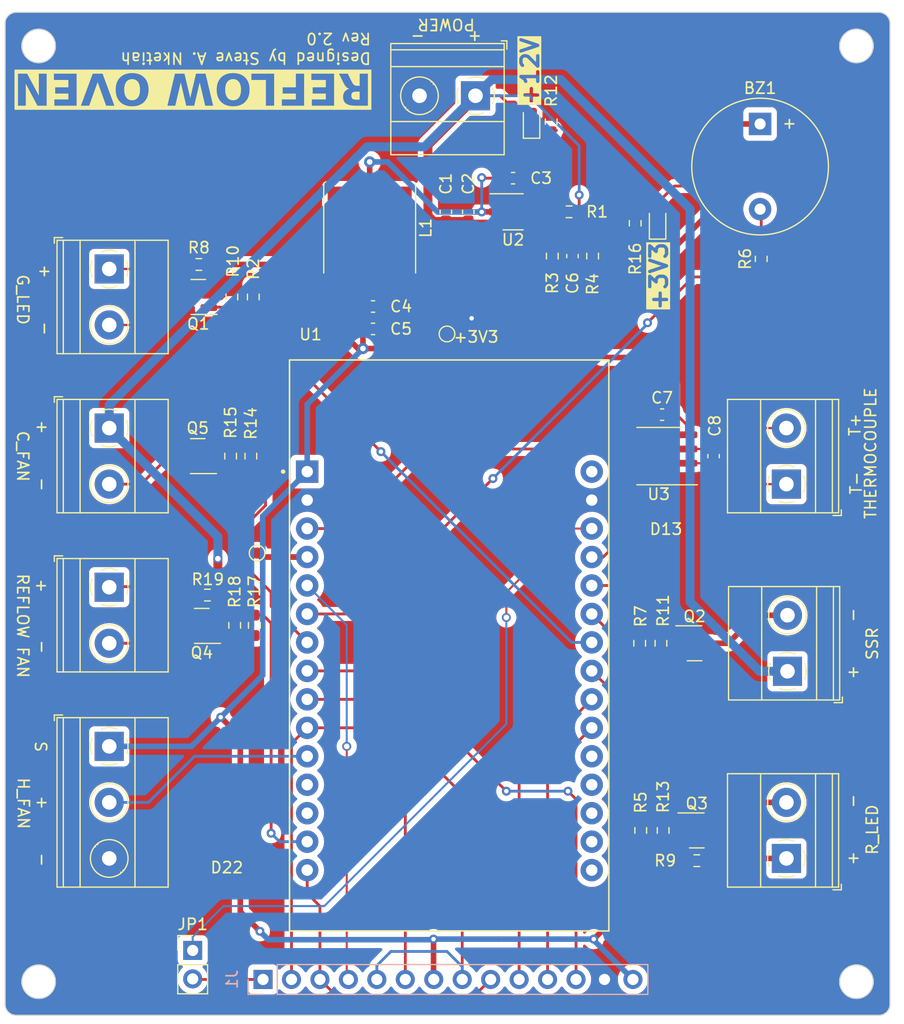
<source format=kicad_pcb>
(kicad_pcb (version 20240108) (generator "pcbnew") (generator_version "8.0")
  (title_block (title "Reflow Oven PCB") (date "2024-03-13") (rev "1.0") (company "Designed By: Steve A. Nketiah"))
  (layers (0 "F.Cu" signal) (31 "B.Cu" signal) (34 "B.Paste" user) (35 "F.Paste" user) (36 "B.SilkS" user "B.Silkscreen") (37 "F.SilkS" user "F.Silkscreen") (38 "B.Mask" user) (39 "F.Mask" user) (44 "Edge.Cuts" user))
  (net 0 "")
  (net 1 "+3V3")
  (net 2 "/BUZZ_D")
  (net 3 "+12V")
  (net 4 "GND")
  (net 5 "/BOOT")
  (net 6 "/SW")
  (net 7 "/FB")
  (net 8 "T_IRQ")
  (net 9 "SDO")
  (net 10 "SDI")
  (net 11 "T_CS")
  (net 12 "SCK")
  (net 13 "D{slash}C")
  (net 14 "RESET")
  (net 15 "CS")
  (net 16 "/T+")
  (net 17 "/T-")
  (net 18 "/GLED+")
  (net 19 "/GLED-")
  (net 20 "/RLED+")
  (net 21 "/RLED-")
  (net 22 "/SSR_D")
  (net 23 "/CF_D")
  (net 24 "/GLED_G")
  (net 25 "/SSR_G")
  (net 26 "/RLED_G")
  (net 27 "/CF_G")
  (net 28 "/EN")
  (net 29 "G_LED")
  (net 30 "R_LED")
  (net 31 "BUZZER")
  (net 32 "SSR")
  (net 33 "M_CS")
  (net 37 "M_MISO")
  (net 38 "M_SCK")
  (net 44 "Net-(D1-K)")
  (net 45 "Net-(U1-D2)")
  (net 46 "H_FAN")
  (net 47 "C_FAN")
  (net 48 "Net-(D2-K)")
  (net 49 "REFLOW_C_FAN")
  (net 50 "/R_C+")
  (net 51 "/R_C-")
  (net 52 "/R_C_G")
  (net 53 "Net-(JP1-A)")
  (footprint "TerminalBlock_Phoenix:TerminalBlock_Phoenix_MKDS-1,5-2_1x02_P5.00mm_Horizontal" (layer "F.Cu") (at 113.05 82.6 -90)
    (property "Reference" "J9" (hide yes))
    (property "Value" "~")
  )
  (footprint "Inductor_SMD:L_Taiyo-Yuden_NR-80xx" (layer "F.Cu") (at 136.3 64.75 -90)
    (property "Reference" "L1")
    (property "Value" "15u")
  )
  (footprint "Package_TO_SOT_SMD:SOT-23-6_Handsoldering" (layer "F.Cu") (at 149.1 63.3)
    (property "Reference" "U2")
    (property "Value" "TPS54202HDDCR")
  )
  (footprint "ESP32-DEVKIT-V1:MODULE_ESP32_DEVKIT_V1" (layer "F.Cu") (at 143.4225 102)
    (property "Reference" "U1")
    (property "Value" "ESP32-DEVKIT-V1")
  )
  (footprint "Resistor_SMD:R_0603_1608Metric_Pad0.98x0.95mm_HandSolder" (layer "F.Cu") (at 124 70.9 90)
    (property "Reference" "R10")
    (property "Value" "10k")
  )
  (footprint "Resistor_SMD:R_0603_1608Metric_Pad0.98x0.95mm_HandSolder" (layer "F.Cu") (at 156.2 67.25 -90)
    (property "Reference" "R4")
    (property "Value" "22.1k")
  )
  (footprint "Resistor_SMD:R_0603_1608Metric_Pad0.98x0.95mm_HandSolder" (layer "F.Cu") (at 126 100.2 -90)
    (property "Reference" "R17")
    (property "Value" "150")
  )
  (footprint "Capacitor_SMD:C_0603_1608Metric_Pad1.08x0.95mm_HandSolder" (layer "F.Cu") (at 167 85.1 -90)
    (property "Reference" "C8")
    (property "Value" "10nF")
  )
  (footprint "Capacitor_SMD:C_0603_1608Metric_Pad1.08x0.95mm_HandSolder" (layer "F.Cu") (at 162.4 81.4 180)
    (property "Reference" "C7")
    (property "Value" "0.1u")
  )
  (footprint "TerminalBlock_Phoenix:TerminalBlock_Phoenix_MKDS-1,5-3_1x03_P5.00mm_Horizontal" (layer "F.Cu") (at 113.05 111 -90)
    (property "Reference" "J8" (hide yes))
    (property "Value" "Screw_Terminal_01x03")
  )
  (footprint "Capacitor_SMD:C_0603_1608Metric_Pad1.08x0.95mm_HandSolder" (layer "F.Cu") (at 154.4 67.25 90)
    (property "Reference" "C6")
    (property "Value" "56p")
  )
  (footprint "Resistor_SMD:R_0603_1608Metric_Pad0.98x0.95mm_HandSolder" (layer "F.Cu") (at 160.495 118.5 90)
    (property "Reference" "R5")
    (property "Value" "150")
  )
  (footprint "Resistor_SMD:R_0603_1608Metric_Pad0.98x0.95mm_HandSolder" (layer "F.Cu") (at 125.91 70.9 -90)
    (property "Reference" "R2")
    (property "Value" "150")
  )
  (footprint "Package_TO_SOT_SMD:SOT-23" (layer "F.Cu") (at 121 70.9 180)
    (property "Reference" "Q1")
    (property "Value" "DMG3402L" (hide yes))
  )
  (footprint "Resistor_SMD:R_0603_1608Metric_Pad0.98x0.95mm_HandSolder" (layer "F.Cu") (at 162.3 101.8 -90)
    (property "Reference" "R11")
    (property "Value" "10k")
  )
  (footprint "Resistor_SMD:R_0603_1608Metric" (layer "F.Cu") (at 160 64.325 90)
    (property "Reference" "R16")
    (property "Value" "150")
  )
  (footprint "Resistor_SMD:R_0603_1608Metric_Pad0.98x0.95mm_HandSolder" (layer "F.Cu") (at 154.1 63.3 180)
    (property "Reference" "R1")
    (property "Value" "510k")
  )
  (footprint "Capacitor_SMD:C_0603_1608Metric_Pad1.08x0.95mm_HandSolder" (layer "F.Cu") (at 136.6 73.75)
    (property "Reference" "C5")
    (property "Value" "22u")
  )
  (footprint "LED_SMD:LED_0603_1608Metric" (layer "F.Cu") (at 162 64.25 90)
    (property "Reference" "D2" (hide yes))
    (property "Value" "LED")
  )
  (footprint "Package_TO_SOT_SMD:SOT-23" (layer "F.Cu") (at 165.3 101.8)
    (property "Reference" "Q2")
    (property "Value" "DMG3402L")
  )
  (footprint "Resistor_SMD:R_0603_1608Metric_Pad0.98x0.95mm_HandSolder" (layer "F.Cu") (at 152.6 67.25 90)
    (property "Reference" "R3")
    (property "Value" "100k")
  )
  (footprint "Package_TO_SOT_SMD:SOT-23" (layer "F.Cu") (at 120.95 85.1 180)
    (property "Reference" "Q5")
    (property "Value" "DMG3402L")
  )
  (footprint "Resistor_SMD:R_0603_1608Metric_Pad0.98x0.95mm_HandSolder" (layer "F.Cu") (at 160.4 101.8 90)
    (property "Reference" "R7")
    (property "Value" "150")
  )
  (footprint "Resistor_SMD:R_0603_1608Metric_Pad0.98x0.95mm_HandSolder" (layer "F.Cu") (at 124.25 100.2 90)
    (property "Reference" "R18")
    (property "Value" "10k")
  )
  (footprint "TestPoint:TestPoint_Pad_D1.0mm" (layer "F.Cu") (at 143.2 74.2)
    (property "Reference" "TP4" (hide yes))
    (property "Value" "TestPoint_Alt")
  )
  (footprint "Resistor_SMD:R_0603_1608Metric_Pad0.98x0.95mm_HandSolder" (layer "F.Cu") (at 125.6925 85.1 -90)
    (property "Reference" "R14")
    (property "Value" "150")
  )
  (footprint "Resistor_SMD:R_0603_1608Metric_Pad0.98x0.95mm_HandSolder" (layer "F.Cu") (at 165.5 121.2)
    (property "Reference" "R9")
    (property "Value" "60.4")
  )
  (footprint "TerminalBlock_Phoenix:TerminalBlock_Phoenix_MKDS-1,5-2_1x02_P5.00mm_Horizontal" (layer "F.Cu") (at 113.05 68.4 -90)
    (property "Reference" "J3" (hide yes))
    (property "Value" "~")
  )
  (footprint "TerminalBlock_Phoenix:TerminalBlock_Phoenix_MKDS-1,5-2_1x02_P5.00mm_Horizontal" (layer "F.Cu") (at 145.745 52.945 180)
    (property "Reference" "J6" (hide yes))
    (property "Value" "~")
  )
  (footprint "TerminalBlock_Phoenix:TerminalBlock_Phoenix_MKDS-1,5-2_1x02_P5.00mm_Horizontal" (layer "F.Cu") (at 173.5 87.6 90)
    (property "Reference" "J2" (hide yes))
    (property "Value" "~")
  )
  (footprint "LED_SMD:LED_0603_1608Metric" (layer "F.Cu") (at 150.75 55.25 90)
    (property "Reference" "D1" (hide yes))
    (property "Value" "LED")
  )
  (footprint "Resistor_SMD:R_0603_1608Metric_Pad0.98x0.95mm_HandSolder" (layer "F.Cu") (at 123.8875 85.1 90)
    (property "Reference" "R15")
    (property "Value" "10k")
  )
  (footprint "Package_TO_SOT_SMD:SOT-23" (layer "F.Cu") (at 121.3125 100.25 180)
    (property "Reference" "Q4")
    (property "Value" "DMG3402L")
  )
  (footprint "TerminalBlock_Phoenix:TerminalBlock_Phoenix_MKDS-1,5-2_1x02_P5.00mm_Horizontal" (layer "F.Cu") (at 173.595 104.3 90)
    (property "Reference" "J5" (hide yes))
    (property "Value" "~")
  )
  (footprint "Resistor_SMD:R_0603_1608Metric_Pad0.98x0.95mm_HandSolder" (layer "F.Cu") (at 121.05 68 180)
    (property "Reference" "R8")
    (property "Value" "60.4")
  )
  (footprint "Capacitor_SMD:C_0603_1608Metric_Pad1.08x0.95mm_HandSolder" (layer "F.Cu") (at 149.1 60.3 180)
    (property "Reference" "C3")
    (property "Value" "0.1u")
  )
  (footprint "Connector_PinHeader_2.54mm:PinHeader_1x02_P2.54mm_Vertical" (layer "F.Cu") (at 120.5 129.21)
    (property "Reference" "JP1")
    (property "Value" "SolderJumper_2_Open")
  )
  (footprint "Resistor_SMD:R_0603_1608Metric_Pad0.98x0.95mm_HandSolder" (layer "F.Cu") (at 162.495 118.5 -90)
    (property "Reference" "R13")
    (property "Value" "10k")
  )
  (footprint "Buzzer_Beeper:Buzzer_12x9.5RM7.6" (layer "F.Cu") (at 171.15 55.4625 -90)
    (property "Reference" "BZ1")
    (property "Value" "Buzzer")
  )
  (footprint "Resistor_SMD:R_0603_1608Metric" (layer "F.Cu") (at 152.5 55.25 90)
    (property "Reference" "R12")
    (property "Value" "1k")
  )
  (footprint "Capacitor_SMD:C_0603_1608Metric_Pad1.08x0.95mm_HandSolder" (layer "F.Cu") (at 136.6 71.75)
    (property "Reference" "C4")
    (property "Value" "22u")
  )
  (footprint "Package_TO_SOT_SMD:SOT-23" (layer "F.Cu") (at 165.5 118.5)
    (property "Reference" "Q3")
    (property "Value" "DMG3402L")
  )
  (footprint "Capacitor_SMD:C_0603_1608Metric_Pad1.08x0.95mm_HandSolder" (layer "F.Cu") (at 145.1 63.3 90)
    (property "Reference" "C2")
    (property "Value" "0.1u")
  )
  (footprint "TestPoint:TestPoint_Pad_D1.0mm" (layer "F.Cu") (at 126.25 93.75)
    (property "Reference" "TP3" (hide yes))
    (property "Value" "TestPoint_Alt")
  )
  (footprint "Capacitor_SMD:C_0603_1608Metric_Pad1.08x0.95mm_HandSolder" (layer "F.Cu") (at 143.1 63.3 90)
    (property "Reference" "C1")
    (property "Value" "10u")
  )
  (footprint "Resistor_SMD:R_0603_1608Metric_Pad0.98x0.95mm_HandSolder" (layer "F.Cu") (at 121.8125 97.5 180)
    (property "Reference" "R19")
    (property "Value" "0")
  )
  (footprint "TerminalBlock_Phoenix:TerminalBlock_Phoenix_MKDS-1,5-2_1x02_P5.00mm_Horizontal" (layer "F.Cu") (at 113.05 96.8 -90)
    (property "Reference" "J7" (hide yes))
    (property "Value" "~")
  )
  (footprint "Resistor_SMD:R_0603_1608Metric" (layer "F.Cu") (at 171.25 67.5 90)
    (property "Reference" "R6")
    (property "Value" "0")
  )
  (footprint "TerminalBlock_Phoenix:TerminalBlock_Phoenix_MKDS-1,5-2_1x02_P5.00mm_Horizontal" (layer "F.Cu") (at 173.5 121 90)
    (property "Reference" "J4" (hide yes))
    (property "Value" "~")
  )
  (footprint "Package_SO:SOIC-8_3.9x4.9mm_P1.27mm" (layer "F.Cu") (at 162.1 85.1 180)
    (property "Reference" "U3")
    (property "Value" "MAX31855KASA")
  )
  (footprint "Connector_PinSocket_2.54mm:PinSocket_1x14_P2.54mm_Vertical" (layer "B.Cu") (at 126.78 131.8 -90)
    (property "Reference" "J1")
    (property "Value" "~")
  )
  (gr_arc (start 104.75 135) (mid 104.042893 134.707107) (end 103.75 134) (stroke (width 0.1)) (layer "Edge.Cuts"))
  (gr_line (start 104.75 45.5) (end 181.75 45.5) (stroke (width 0.1)) (layer "Edge.Cuts"))
  (gr_circle (center 106.75 132) (end 108.25 132) (stroke (width 0.1)) (fill none) (layer "Edge.Cuts"))
  (gr_line (start 181.75 135) (end 104.75 135) (stroke (width 0.1)) (layer "Edge.Cuts"))
  (gr_line (start 182.75 46.5) (end 182.75 134) (stroke (width 0.1)) (layer "Edge.Cuts"))
  (gr_arc (start 103.75 46.5) (mid 104.042893 45.792893) (end 104.75 45.5) (stroke (width 0.1)) (layer "Edge.Cuts"))
  (gr_arc (start 182.75 134) (mid 182.457107 134.707107) (end 181.75 135) (stroke (width 0.1)) (layer "Edge.Cuts"))
  (gr_circle (center 179.75 132) (end 181.25 132) (stroke (width 0.1)) (fill none) (layer "Edge.Cuts"))
  (gr_arc (start 181.75 45.5) (mid 182.457107 45.792893) (end 182.75 46.5) (stroke (width 0.1)) (layer "Edge.Cuts"))
  (gr_circle (center 179.75 48.5) (end 181.25 48.5) (stroke (width 0.1)) (fill none) (layer "Edge.Cuts"))
  (gr_line (start 103.75 134) (end 103.75 46.5) (stroke (width 0.1)) (layer "Edge.Cuts"))
  (gr_circle (center 106.75 48.5) (end 108.25 48.5) (stroke (width 0.1)) (fill none) (layer "Edge.Cuts"))
  (gr_text "T-" (at 180.3 88.6 90) (layer "F.SilkS") (effects (font (size 1 1)) (justify left bottom)))
  (gr_text "POWER" (at 145.778571 46 180) (layer "F.SilkS") (effects (font (size 1 1)) (justify left bottom)))
  (gr_text "+" (at 180 105.1 90) (layer "F.SilkS") (effects (font (size 1 1)) (justify left bottom)))
  (gr_text "S" (at 107.6 111.6 90) (layer "F.SilkS") (effects (font (size 1 1)) (justify left bottom)))
  (gr_text "+3V3" (at 143.7 75.05 0) (layer "F.SilkS") (effects (font (size 1 1)) (justify left bottom)))
  (gr_text "-" (at 180 116.6 90) (layer "F.SilkS") (effects (font (size 1 1)) (justify left bottom)))
  (gr_text "+" (at 106.45 95.95 -90) (layer "F.SilkS") (effects (font (size 1 1)) (justify left bottom)))
  (gr_text "Rev 2.0" (at 136.5 47.25 180) (layer "F.SilkS") (effects (font (size 1 1)) (justify left bottom)))
  (gr_text "+" (at 180 121.7 90) (layer "F.SilkS") (effects (font (size 1 1)) (justify left bottom)))
  (gr_text "-" (at 106.5 120.4 -90) (layer "F.SilkS") (effects (font (size 1 1)) (justify left bottom)))
  (gr_text "R_LED" (at 181.75 120.769048 90) (layer "F.SilkS") (effects (font (size 1 1)) (justify left bottom)))
  (gr_text "D13" (at 161.2 92.2 0) (layer "F.SilkS") (effects (font (size 1 1)) (justify left bottom)))
  (gr_text "THERMOCOUPLE" (at 181.6 90.8 90) (layer "F.SilkS") (effects (font (size 1 1)) (justify left bottom)))
  (gr_text "REFLOW OVEN" (at 136.5 50.5 180) (layer "F.SilkS" knockout) (effects (font (size 2.8 2.8) (thickness 0.5) (bold yes)) (justify left bottom)))
  (gr_text "H_FAN" (at 104.8 113.7 -90) (layer "F.SilkS") (effects (font (size 1 1)) (justify left bottom)))
  (gr_text "T+" (at 180.2 83.4 90) (layer "F.SilkS") (effects (font (size 1 1)) (justify left bottom)))
  (gr_text "D22" (at 122 122.40175 0) (layer "F.SilkS") (effects (font (size 1 1)) (justify left bottom)))
  (gr_text "C_FAN" (at 104.75 82.75 270) (layer "F.SilkS") (effects (font (size 1 1)) (justify left bottom)))
  (gr_text "G_LED" (at 104.75 68.8 270) (layer "F.SilkS") (effects (font (size 1 1)) (justify left bottom)))
  (gr_text "-" (at 141.3 47.1 180) (layer "F.SilkS") (effects (font (size 1 1)) (justify left bottom)))
  (gr_text "-" (at 180 100 90) (layer "F.SilkS") (effects (font (size 1 1)) (justify left bottom)))
  (gr_text "+12V" (at 151.5 54 90) (layer "F.SilkS" knockout) (effects (font (size 1.5 1.5) (thickness 0.3) (bold yes)) (justify left bottom)))
  (gr_text "+" (at 146.4 47.1 180) (layer "F.SilkS") (effects (font (size 1 1)) (justify left bottom)))
  (gr_text "+" (at 106.75 67.9 -90) (layer "F.SilkS") (effects (font (size 1 1)) (justify left bottom)))
  (gr_text "-" (at 106.75 73 -90) (layer "F.SilkS") (effects (font (size 1 1)) (justify left bottom)))
  (gr_text "+" (at 106.5 115.3 -90) (layer "F.SilkS") (effects (font (size 1 1)) (justify left bottom)))
  (gr_text "SSR" (at 181.75 103.383333 90) (layer "F.SilkS") (effects (font (size 1 1)) (justify left bottom)))
  (gr_text "REFLOW FAN" (at 104.75 95.5 270) (layer "F.SilkS") (effects (font (size 1 1)) (justify left bottom)))
  (gr_text "+3V3" (at 163 72.25 90) (layer "F.SilkS" knockout) (effects (font (size 1.5 1.5) (thickness 0.3) (bold yes)) (justify left bottom)))
  (gr_text "-" (at 106.5 86.9 -90) (layer "F.SilkS") (effects (font (size 1 1)) (justify left bottom)))
  (gr_text "+" (at 106.5 81.8 -90) (layer "F.SilkS") (effects (font (size 1 1)) (justify left bottom)))
  (gr_text "-" (at 106.5 101.4 -90) (layer "F.SilkS") (effects (font (size 1 1)) (justify left bottom)))
  (gr_text "Designed by Steve A. Nketiah" (at 136.5 49 180) (layer "F.SilkS") (effects (font (size 1 1)) (justify left bottom)))
  (segment (start 135.25 75.5) (end 127.75 68) (width 0.5) (layer "F.Cu") (net 1))
  (segment (start 167.75 56.75) (end 169.0375 55.4625) (width 0.5) (layer "F.Cu") (net 1))
  (segment (start 162 63.4625) (end 162 62.5) (width 0.254) (layer "F.Cu") (net 1))
  (segment (start 141.9 75.5) (end 143.2 74.2) (width 0.5) (layer "F.Cu") (net 1))
  (segment (start 160.8 76.3) (end 163.2625 78.7625) (width 0.5) (layer "F.Cu") (net 1))
  (segment (start 155.8 74.2) (end 167.75 62.25) (width 0.5) (layer "F.Cu") (net 1))
  (segment (start 142 128.2) (end 142 131.78) (width 0.5) (layer "F.Cu") (net 1))
  (segment (start 147.5875 68.1125) (end 154.4 68.1125) (width 0.5) (layer "F.Cu") (net 1))
  (segment (start 167.75 62.25) (end 167.75 61) (width 0.5) (layer "F.Cu") (net 1))
  (segment (start 163.7 81.4) (end 164.6 82.3) (width 0.25) (layer "F.Cu") (net 1))
  (segment (start 163.2625 81.4) (end 163.7 81.4) (width 0.25) (layer "F.Cu") (net 1))
  (segment (start 124.75 125.75) (end 124.75 110.15) (width 0.5) (layer "F.Cu") (net 1))
  (segment (start 163.3 121.2) (end 164.5875 121.2) (width 0.5) (layer "F.Cu") (net 1))
  (segment (start 126.5 127.5) (end 124.75 125.75) (width 0.5) (layer "F.Cu") (net 1))
  (segment (start 135.7 75.5) (end 141.9 75.5) (width 0.5) (layer "F.Cu") (net 1))
  (segment (start 135.7375 71.75) (end 135.7375 70.9125) (width 0.5) (layer "F.Cu") (net 1))
  (segment (start 127.75 68) (end 121.9625 68) (width 0.5) (layer "F.Cu") (net 1))
  (segment (start 136.3 70.35) (end 136.3 68.2) (width 0.5) (layer "F.Cu") (net 1))
  (segment (start 154.9 74.2) (end 157 76.3) (width 0.5) (layer "F.Cu") (net 1))
  (segment (start 142 131.78) (end 142.02 131.8) (width 0.5) (layer "F.Cu") (net 1))
  (segment (start 135.7 75.5) (end 135.25 75.5) (width 0.5) (layer "F.Cu") (net 1))
  (segment (start 169.0375 55.4625) (end 171.15 55.4625) (width 0.5) (layer "F.Cu") (net 1))
  (segment (start 143.2 74.2) (end 154.9 74.2) (width 0.5) (layer "F.Cu") (net 1))
  (segment (start 157 76.3) (end 160.8 76.3) (width 0.5) (layer "F.Cu") (net 1))
  (segment (start 135.7 75.5) (end 135.7 73.7875) (width 0.5) (layer "F.Cu") (net 1))
  (segment (start 135.7 73.7875) (end 135.7375 73.75) (width 0.5) (layer "F.Cu") (net 1))
  (segment (start 156.3 128.2) (end 163.3 121.2) (width 0.5) (layer "F.Cu") (net 1))
  (segment (start 154.9 74.2) (end 155.8 74.2) (width 0.5) (layer "F.Cu") (net 1))
  (segment (start 163.5 61) (end 167.75 61) (width 0.254) (layer "F.Cu") (net 1))
  (segment (start 164.575 82.325) (end 164.575 83.195) (width 0.25) (layer "F.Cu") (net 1))
  (segment (start 162 62.5) (end 163.5 61) (width 0.254) (layer "F.Cu") (net 1))
  (segment (start 135.7375 73.75) (end 135.7375 71.75) (width 0.5) (layer "F.Cu") (net 1))
  (segment (start 167.75 61) (end 167.75 56.75) (width 0.5) (layer "F.Cu") (net 1))
  (segment (start 135.7375 70.9125) (end 136.3 70.35) (width 0.5) (layer "F.Cu") (net 1))
  (segment (start 143.2 74.2) (end 143.2 72.5) (width 0.5) (layer "F.Cu") (net 1))
  (segment (start 124.75 110.15) (end 123 108.4) (width 0.5) (layer "F.Cu") (net 1))
  (segment (start 163.2625 78.7625) (end 163.2625 81.4) (width 0.5) (layer "F.Cu") (net 1))
  (segment (start 164.6 82.3) (end 164.575 82.325) (width 0.25) (layer "F.Cu") (net 1))
  (segment (start 143.2 72.5) (end 147.5875 68.1125) (width 0.5) (layer "F.Cu") (net 1))
  (via (at 135.7 75.5) (size 1) (drill 0.5) (layers "F.Cu" "B.Cu") (net 1))
  (via (at 156.3 128.2) (size 0.8) (drill 0.4) (layers "F.Cu" "B.Cu") (net 1))
  (via (at 142 128.2) (size 0.8) (drill 0.4) (layers "F.Cu" "B.Cu") (net 1))
  (via (at 123 108.4) (size 0.8) (drill 0.4) (layers "F.Cu" "B.Cu") (net 1))
  (via (at 126.5 127.5) (size 0.8) (drill 0.4) (layers "F.Cu" "B.Cu") (net 1))
  (segment (start 127.25 128.25) (end 141.95 128.25) (width 0.5) (layer "B.Cu") (net 1))
  (segment (start 156.2 128.2) (end 156.3 128.2) (width 0.5) (layer "B.Cu") (net 1))
  (segment (start 126.75 90.4575) (end 126.75 104.65) (width 0.5) (layer "B.Cu") (net 1))
  (segment (start 156.2 128.2) (end 156.2 128.2) (width 0.5) (layer "B.Cu") (net 1))
  (segment (start 141.95 128.25) (end 142 128.2) (width 0.5) (layer "B.Cu") (net 1))
  (segment (start 130.7225 86.485) (end 126.75 90.4575) (width 0.5) (layer "B.Cu") (net 1))
  (segment (start 142 128.2) (end 147.8 128.2) (width 0.5) (layer "B.Cu") (net 1))
  (segment (start 147.8 128.2) (end 156.2 128.2) (width 0.5) (layer "B.Cu") (net 1))
  (segment (start 120.4 111) (end 113.05 111) (width 0.5) (layer "B.Cu") (net 1))
  (segment (start 123 108.4) (end 120.4 111) (width 0.5) (layer "B.Cu") (net 1))
  (segment (start 130.7225 80.4775) (end 130.7225 86.485) (width 0.5) (layer "B.Cu") (net 1))
  (segment (start 135.7 75.5) (end 130.7225 80.4775) (width 0.5) (layer "B.Cu") (net 1))
  (segment (start 156.3 128.3) (end 159.8 131.8) (width 0.5) (layer "B.Cu") (net 1))
  (segment (start 156.3 128.2) (end 156.3 128.3) (width 0.5) (layer "B.Cu") (net 1))
  (segment (start 126.5 127.5) (end 127.25 128.25) (width 0.5) (layer "B.Cu") (net 1))
  (segment (start 126.75 104.65) (end 123 108.4) (width 0.5) (layer "B.Cu") (net 1))
  (segment (start 171.25 66.675) (end 171.25 63.1625) (width 0.25) (layer "F.Cu") (net 2))
  (segment (start 171.25 63.1625) (end 171.15 63.0625) (width 0.25) (layer "F.Cu") (net 2))
  (segment (start 171.2625 63.0625) (end 171.15 63.0625) (width 0.25) (layer "F.Cu") (net 2))
  (segment (start 122.75 97.475) (end 122.725 97.5) (width 0.8) (layer "F.Cu") (net 3))
  (segment (start 155 63.2875) (end 155.0125 63.3) (width 0.25) (layer "F.Cu") (net 3))
  (segment (start 155 61.8) (end 155 63.2875) (width 0.25) (layer "F.Cu") (net 3))
  (segment (start 147.945 52.945) (end 148.5 53.5) (width 0.25) (layer "F.Cu") (net 3))
  (segment (start 147.75 64.25) (end 145.1875 64.25) (width 0.5) (layer "F.Cu") (net 3))
  (segment (start 143.1 64.1625) (end 145.1 64.1625) (width 0.8) (layer "F.Cu") (net 3))
  (segment (start 145.745 53.105) (end 141.5 57.35) (width 0.8) (layer "F.Cu") (net 3))
  (segment (start 122.75 94.25) (end 122.75 97.475) (width 0.8) (layer "F.Cu") (net 3))
  (segment (start 145.745 52.945) (end 147.945 52.945) (width 0.25) (layer "F.Cu") (net 3))
  (segment (start 149.25 53.5) (end 150.2125 54.4625) (width 0.25) (layer "F.Cu") (net 3))
  (segment (start 150.2125 54.4625) (end 150.75 54.4625) (width 0.25) (layer "F.Cu") (net 3))
  (segment (start 141.5 63.65) (end 142.0125 64.1625) (width 0.8) (layer "F.Cu") (net 3))
  (segment (start 142.0125 64.1625) (end 143.1 64.1625) (width 0.8) (layer "F.Cu") (net 3))
  (segment (start 145.1875 64.25) (end 145.1 64.1625) (width 0.5) (layer "F.Cu") (net 3))
  (segment (start 141.5 57.35) (end 141.5 63.65) (width 0.8) (layer "F.Cu") (net 3))
  (segment (start 148.5 53.5) (end 149.25 53.5) (width 0.25) (layer "F.Cu") (net 3))
  (segment (start 145.745 52.945) (end 145.745 53.105) (width 0.8) (layer "F.Cu") (net 3))
  (via (at 122.75 94.25) (size 0.8) (drill 0.5) (layers "F.Cu" "B.Cu") (net 3))
  (via (at 155 61.8) (size 0.8) (drill 0.4) (layers "F.Cu" "B.Cu") (net 3))
  (segment (start 145.745 52.945) (end 147.19 51.5) (width 0.8) (layer "B.Cu") (net 3))
  (segment (start 164.9 98.1) (end 171.1 104.3) (width 0.8) (layer "B.Cu") (net 3))
  (segment (start 122.75 92.3) (end 122.75 94.25) (width 0.8) (layer "B.Cu") (net 3))
  (segment (start 113.05 82.6) (end 122.75 92.3) (width 0.8) (layer "B.Cu") (net 3))
  (segment (start 141.19 57.5) (end 136.094365 57.5) (width 0.8) (layer "B.Cu") (net 3))
  (segment (start 155 57.4) (end 155 61.8) (width 0.25) (layer "B.Cu") (net 3))
  (segment (start 113.05 80.544365) (end 113.05 82.6) (width 0.8) (layer "B.Cu") (net 3))
  (segment (start 147.19 51.5) (end 153.35 51.5) (width 0.8) (layer "B.Cu") (net 3))
  (segment (start 150.545 52.945) (end 155 57.4) (width 0.25) (layer "B.Cu") (net 3))
  (segment (start 153.35 51.5) (end 164.9 63.05) (width 0.8) (layer "B.Cu") (net 3))
  (segment (start 171.1 104.3) (end 173.595 104.3) (width 0.8) (layer "B.Cu") (net 3))
  (segment (start 145.745 52.945) (end 150.545 52.945) (width 0.25) (layer "B.Cu") (net 3))
  (segment (start 164.9 63.05) (end 164.9 98.1) (width 0.8) (layer "B.Cu") (net 3))
  (segment (start 136.094365 57.5) (end 113.05 80.544365) (width 0.8) (layer "B.Cu") (net 3))
  (segment (start 145.745 52.945) (end 141.19 57.5) (width 0.8) (layer "B.Cu") (net 3))
  (segment (start 145.1875 62.4) (end 145.1 62.4875) (width 0.5) (layer "F.Cu") (net 4))
  (segment (start 156.2 68.1625) (end 156.2 68.8) (width 0.5) (layer "F.Cu") (net 4))
  (segment (start 148.2 70) (end 145.4 72.8) (width 0.5) (layer "F.Cu") (net 4))
  (segment (start 147.75 62.4) (end 145.1875 62.4) (width 0.5) (layer "F.Cu") (net 4))
  (segment (start 155 70) (end 148.2 70) (width 0.5) (layer "F.Cu") (net 4))
  (segment (start 156.2 68.8) (end 155 70) (width 0.5) (layer "F.Cu") (net 4))
  (via (at 145.4 72.8) (size 0.8) (drill 0.4) (layers "F.Cu" "B.Cu") (net 4))
  (segment (start 150.45 61.7) (end 150.45 62.35) (width 0.25) (layer "F.Cu") (net 5))
  (segment (start 149.9625 61.2125) (end 150.45 61.7) (width 0.25) (layer "F.Cu") (net 5))
  (segment (start 149.9625 60.3) (end 149.9625 61.2125) (width 0.25) (layer "F.Cu") (net 5))
  (segment (start 146.312025 63.3) (end 146.299425 63.3126) (width 0.25) (layer "F.Cu") (net 6))
  (segment (start 136.3 58.85) (end 136.3 61.3) (width 0.5) (layer "F.Cu") (net 6))
  (segment (start 146.3 60.25) (end 146.35 60.3) (width 0.25) (layer "F.Cu") (net 6))
  (segment (start 146.35 60.3) (end 148.2375 60.3) (width 0.25) (layer "F.Cu") (net 6))
  (segment (start 147.75 63.3) (end 146.312025 63.3) (width 0.5) (layer "F.Cu") (net 6))
  (via (at 146.3 60.25) (size 0.8) (drill 0.4) (layers "F.Cu" "B.Cu") (net 6))
  (via (at 136.3 58.85) (size 1) (drill 0.5) (layers "F.Cu" "B.Cu") (net 6))
  (via (at 146.299425 63.3126) (size 0.8) (drill 0.4) (layers "F.Cu" "B.Cu") (net 6))
  (segment (start 146.299425 60.250575) (end 146.299425 63.3126) (width 0.25) (layer "B.Cu") (net 6))
  (segment (start 146.3 60.25) (end 146.299425 60.250575) (width 0.25) (layer "B.Cu") (net 6))
  (segment (start 142.3626 63.3126) (end 146.299425 63.3126) (width 0.5) (layer "B.Cu") (net 6))
  (segment (start 137.9 58.85) (end 142.3626 63.3126) (width 0.5) (layer "B.Cu") (net 6))
  (segment (start 136.3 58.85) (end 137.9 58.85) (width 0.5) (layer "B.Cu") (net 6))
  (segment (start 150.45 65.6) (end 150.45 64.25) (width 0.25) (layer "F.Cu") (net 7))
  (segment (start 151.1875 66.3375) (end 150.45 65.6) (width 0.25) (layer "F.Cu") (net 7))
  (segment (start 154.4 66.3875) (end 152.65 66.3875) (width 0.25) (layer "F.Cu") (net 7))
  (segment (start 154.45 66.3375) (end 154.4 66.3875) (width 0.25) (layer "F.Cu") (net 7))
  (segment (start 152.6 66.3375) (end 151.1875 66.3375) (width 0.25) (layer "F.Cu") (net 7))
  (segment (start 152.65 66.3875) (end 152.6 66.3375) (width 0.25) (layer "F.Cu") (net 7))
  (segment (start 156.2 66.3375) (end 154.45 66.3375) (width 0.25) (layer "F.Cu") (net 7))
  (segment (start 126.78 131.8) (end 120.55 131.8) (width 0.25) (layer "F.Cu") (net 8))
  (segment (start 120.55 131.8) (end 120.5 131.75) (width 0.25) (layer "F.Cu") (net 8))
  (segment (start 139.48 131.8) (end 139.48 113.28) (width 0.25) (layer "F.Cu") (net 9))
  (segment (start 129.32 110.7475) (end 130.7225 109.345) (width 0.25) (layer "F.Cu") (net 9))
  (segment (start 129.32 131.8) (end 129.32 110.7475) (width 0.25) (layer "F.Cu") (net 9))
  (segment (start 135.545 109.345) (end 130.7225 109.345) (width 0.25) (layer "F.Cu") (net 9))
  (segment (start 139.48 113.28) (end 135.545 109.345) (width 0.25) (layer "F.Cu") (net 9))
  (segment (start 131.86 125.26) (end 130.7225 124.1225) (width 0.25) (layer "F.Cu") (net 10))
  (segment (start 147.1 131.8) (end 145 133.9) (width 0.25) (layer "F.Cu") (net 10))
  (segment (start 131.86 131.8) (end 131.86 125.26) (width 0.25) (layer "F.Cu") (net 10))
  (segment (start 130.7225 124.1225) (end 130.7225 122.045) (width 0.25) (layer "F.Cu") (net 10))
  (segment (start 133.96 133.9) (end 131.86 131.8) (width 0.25) (layer "F.Cu") (net 10))
  (segment (start 145 133.9) (end 133.96 133.9) (width 0.25) (layer "F.Cu") (net 10))
  (segment (start 134.25 131.65) (end 134.4 131.8) (width 0.1778) (layer "F.Cu") (net 11))
  (segment (start 134.25 111) (end 134.25 131.65) (width 0.1778) (layer "F.Cu") (net 11))
  (via (at 134.25 111) (size 0.8) (drill 0.5) (layers "F.Cu" "B.Cu") (net 11))
  (segment (start 134.25 100.1725) (end 130.7225 96.645) (width 0.1778) (layer "B.Cu") (net 11))
  (segment (start 134.25 111) (end 134.25 100.1725) (width 0.1778) (layer "B.Cu") (net 11))
  (segment (start 144.56 115.26) (end 144.56 131.8) (width 0.25) (layer "F.Cu") (net 12))
  (segment (start 136.105 106.805) (end 144.56 115.26) (width 0.25) (layer "F.Cu") (net 12))
  (segment (start 130.7225 106.805) (end 136.105 106.805) (width 0.25) (layer "F.Cu") (net 12))
  (segment (start 143.2 129.3) (end 138.2 129.3) (width 0.25) (layer "B.Cu") (net 12))
  (segment (start 144.56 130.66) (end 143.2 129.3) (width 0.25) (layer "B.Cu") (net 12))
  (segment (start 136.94 130.56) (end 136.94 131.8) (width 0.25) (layer "B.Cu") (net 12))
  (segment (start 144.56 131.8) (end 144.56 130.66) (width 0.25) (layer "B.Cu") (net 12))
  (segment (start 138.2 129.3) (end 136.94 130.56) (width 0.25) (layer "B.Cu") (net 12))
  (segment (start 149.64 113.2875) (end 156.1225 106.805) (width 0.25) (layer "F.Cu") (net 13))
  (segment (start 149.64 131.8) (end 149.64 113.2875) (width 0.25) (layer "F.Cu") (net 13))
  (segment (start 152.18 131.8) (end 152.18 113.2875) (width 0.25) (layer "F.Cu") (net 14))
  (segment (start 152.18 113.2875) (end 156.1225 109.345) (width 0.25) (layer "F.Cu") (net 14))
  (segment (start 148.5 115) (end 137.765 104.265) (width 0.25) (layer "F.Cu") (net 15))
  (segment (start 154.72 131.8) (end 154.72 115.72) (width 0.25) (layer "F.Cu") (net 15))
  (segment (start 154.72 115.72) (end 154 115) (width 0.25) (layer "F.Cu") (net 15))
  (segment (start 137.765 104.265) (end 130.7225 104.265) (width 0.25) (layer "F.Cu") (net 15))
  (via (at 148.5 115) (size 0.8) (drill 0.4) (layers "F.Cu" "B.Cu") (net 15))
  (via (at 154 115) (size 0.8) (drill 0.4) (layers "F.Cu" "B.Cu") (net 15))
  (segment (start 148.5 115) (end 154 115) (width 0.25) (layer "B.Cu") (net 15))
  (segment (start 169.1625 84.2375) (end 170.8 82.6) (width 0.2) (layer "F.Cu") (net 16))
  (segment (start 167 84.2375) (end 169.1625 84.2375) (width 0.2) (layer "F.Cu") (net 16))
  (segment (start 166.0625 84.2375) (end 167 84.2375) (width 0.2) (layer "F.Cu") (net 16))
  (segment (start 165.835 84.465) (end 166.0625 84.2375) (width 0.2) (layer "F.Cu") (net 16))
  (segment (start 164.575 84.465) (end 165.835 84.465) (width 0.2) (layer "F.Cu") (net 16))
  (segment (start 170.8 82.6) (end 173.5 82.6) (width 0.2) (layer "F.Cu") (net 16))
  (segment (start 166.0625 85.9625) (end 167 85.9625) (width 0.2) (layer "F.Cu") (net 17))
  (segment (start 169.0625 85.9625) (end 167 85.9625) (width 0.2) (layer "F.Cu") (net 17))
  (segment (start 164.575 85.735) (end 165.835 85.735) (width 0.2) (layer "F.Cu") (net 17))
  (segment (start 170.7 87.6) (end 169.0625 85.9625) (width 0.2) (layer "F.Cu") (net 17))
  (segment (start 165.835 85.735) (end 166.0625 85.9625) (width 0.2) (layer "F.Cu") (net 17))
  (segment (start 173.5 87.6) (end 170.7 87.6) (width 0.2) (layer "F.Cu") (net 17))
  (segment (start 118.35 68.4) (end 118.75 68) (width 0.2) (layer "F.Cu") (net 18))
  (segment (start 118.75 68) (end 120.1375 68) (width 0.2) (layer "F.Cu") (net 18))
  (segment (start 112.845 68.4) (end 118.35 68.4) (width 0.2) (layer "F.Cu") (net 18))
  (segment (start 117.85 70.9) (end 115.35 73.4) (width 0.2) (layer "F.Cu") (net 19))
  (segment (start 115.35 73.4) (end 112.845 73.4) (width 0.2) (layer "F.Cu") (net 19))
  (segment (start 120.0625 70.9) (end 117.85 70.9) (width 0.2) (layer "F.Cu") (net 19))
  (segment (start 168.2 121.2) (end 166.4125 121.2) (width 0.5) (layer "F.Cu") (net 20))
  (segment (start 168.4 121) (end 168.2 121.2) (width 0.5) (layer "F.Cu") (net 20))
  (segment (start 173.5 121) (end 168.4 121) (width 0.5) (layer "F.Cu") (net 20))
  (segment (start 168.5 118.5) (end 171 116) (width 0.5) (layer "F.Cu") (net 21))
  (segment (start 166.4375 118.5) (end 168.5 118.5) (width 0.5) (layer "F.Cu") (net 21))
  (segment (start 171 116) (end 173.5 116) (width 0.5) (layer "F.Cu") (net 21))
  (segment (start 166.2375 101.8) (end 168.3 101.8) (width 0.5) (layer "F.Cu") (net 22))
  (segment (start 168.3 101.8) (end 170.8 99.3) (width 0.5) (layer "F.Cu") (net 22))
  (segment (start 170.8 99.3) (end 173.595 99.3) (width 0.5) (layer "F.Cu") (net 22))
  (segment (start 115.9 87.6) (end 113.05 87.6) (width 0.254) (layer "F.Cu") (net 23))
  (segment (start 120.0125 85.1) (end 118.4 85.1) (width 0.254) (layer "F.Cu") (net 23))
  (segment (start 118.4 85.1) (end 115.9 87.6) (width 0.254) (layer "F.Cu") (net 23))
  (segment (start 121.975 71.8125) (end 121.9375 71.85) (width 0.25) (layer "F.Cu") (net 24))
  (segment (start 124 71.8125) (end 121.975 71.8125) (width 0.25) (layer "F.Cu") (net 24))
  (segment (start 125.91 71.8125) (end 124 71.8125) (width 0.25) (layer "F.Cu") (net 24))
  (segment (start 160.4 100.8875) (end 162.3 100.8875) (width 0.25) (layer "F.Cu") (net 25))
  (segment (start 164.325 100.8875) (end 164.3625 100.85) (width 0.25) (layer "F.Cu") (net 25))
  (segment (start 162.3 100.8875) (end 164.325 100.8875) (width 0.25) (layer "F.Cu") (net 25))
  (segment (start 162.495 117.5875) (end 164.525 117.5875) (width 0.25) (layer "F.Cu") (net 26))
  (segment (start 160.495 117.5875) (end 162.495 117.5875) (width 0.25) (layer "F.Cu") (net 26))
  (segment (start 164.525 117.5875) (end 164.5625 117.55) (width 0.25) (layer "F.Cu") (net 26))
  (segment (start 123.8875 86.0125) (end 125.6925 86.0125) (width 0.254) (layer "F.Cu") (net 27))
  (segment (start 121.8875 86.05) (end 123.85 86.05) (width 0.254) (layer "F.Cu") (net 27))
  (segment (start 123.85 86.05) (end 123.8875 86.0125) (width 0.254) (layer "F.Cu") (net 27))
  (segment (start 153.1875 63.3) (end 150.45 63.3) (width 0.25) (layer "F.Cu") (net 28))
  (segment (start 129.75 71.5) (end 128.2375 69.9875) (width 0.25) (layer "F.Cu") (net 29))
  (segment (start 128.2375 69.9875) (end 125.91 69.9875) (width 0.25) (layer "F.Cu") (net 29))
  (segment (start 137.3 84.7) (end 129.75 77.15) (width 0.25) (layer "F.Cu") (net 29))
  (segment (start 129.75 77.15) (end 129.75 71.5) (width 0.25) (layer "F.Cu") (net 29))
  (via (at 137.3 84.7) (size 0.8) (drill 0.4) (layers "F.Cu" "B.Cu") (net 29))
  (segment (start 154.325 101.725) (end 156.1225 101.725) (width 0.25) (layer "B.Cu") (net 29))
  (segment (start 137.3 84.7) (end 154.325 101.725) (width 0.25) (layer "B.Cu") (net 29))
  (segment (start 158.7 117.6175) (end 158.7 106.8425) (width 0.25) (layer "F.Cu") (net 30))
  (segment (start 158.7 106.8425) (end 156.1225 104.265) (width 0.25) (layer "F.Cu") (net 30))
  (segment (start 160.495 119.4125) (end 158.7 117.6175) (width 0.25) (layer "F.Cu") (net 30))
  (segment (start 171.25 68.325) (end 169.425 68.325) (width 0.25) (layer "F.Cu") (net 31))
  (segment (start 165.1875 69.1125) (end 161.1 73.2) (width 0.25) (layer "F.Cu") (net 31))
  (segment (start 168.6375 69.1125) (end 165.1875 69.1125) (width 0.25) (layer "F.Cu") (net 31))
  (segment (start 135.215 99.185) (end 147.3 87.1) (width 0.25) (layer "F.Cu") (net 31))
  (segment (start 130.7225 99.185) (end 135.215 99.185) (width 0.25) (layer "F.Cu") (net 31))
  (segment (start 169.425 68.325) (end 168.6375 69.1125) (width 0.25) (layer "F.Cu") (net 31))
  (via (at 161.1 73.2) (size 0.8) (drill 0.4) (layers "F.Cu" "B.Cu") (net 31))
  (via (at 147.3 87.1) (size 0.8) (drill 0.4) (layers "F.Cu" "B.Cu") (net 31))
  (segment (start 161.1 73.3) (end 161.1 73.2) (width 0.25) (layer "B.Cu") (net 31))
  (segment (start 147.3 87.1) (end 161.1 73.3) (width 0.25) (layer "B.Cu") (net 31))
  (segment (start 156.1225 99.185) (end 158.4 101.4625) (width 0.25) (layer "F.Cu") (net 32))
  (segment (start 158.4 102.2) (end 158.9125 102.7125) (width 0.25) (layer "F.Cu") (net 32))
  (segment (start 158.9125 102.7125) (end 160.4 102.7125) (width 0.25) (layer "F.Cu") (net 32))
  (segment (start 158.4 101.4625) (end 158.4 102.2) (width 0.25) (layer "F.Cu") (net 32))
  (segment (start 141.235 84.465) (end 134.1 91.6) (width 0.25) (layer "F.Cu") (net 33))
  (segment (start 134.065 91.565) (end 130.7225 91.565) (width 0.25) (layer "F.Cu") (net 33))
  (segment (start 159.625 84.465) (end 141.235 84.465) (width 0.25) (layer "F.Cu") (net 33))
  (segment (start 134.1 91.6) (end 134.065 91.565) (width 0.25) (layer "F.Cu") (net 33))
  (segment (start 158 86.125) (end 158 93.25) (width 0.25) (layer "F.Cu") (net 37))
  (segment (start 158 93.25) (end 157.145 94.105) (width 0.25) (layer "F.Cu") (net 37))
  (segment (start 159.625 85.735) (end 158.39 85.735) (width 0.25) (layer "F.Cu") (net 37))
  (segment (start 158.39 85.735) (end 158 86.125) (width 0.25) (layer "F.Cu") (net 37))
  (segment (start 157.145 94.105) (end 156.1225 94.105) (width 0.25) (layer "F.Cu") (net 37))
  (segment (start 159.625 83.195) (end 160.599999 83.195) (width 0.25) (layer "F.Cu") (net 38))
  (segment (start 161.6 84.195001) (end 161.6 94.5) (width 0.25) (layer "F.Cu") (net 38))
  (segment (start 160.599999 83.195) (end 161.6 84.195001) (width 0.25) (layer "F.Cu") (net 38))
  (segment (start 159.455 96.645) (end 156.1225 96.645) (width 0.25) (layer "F.Cu") (net 38))
  (segment (start 161.6 94.5) (end 159.455 96.645) (width 0.25) (layer "F.Cu") (net 38))
  (segment (start 150.75 56.0375) (end 152.9625 56.0375) (width 0.254) (layer "F.Cu") (net 44))
  (segment (start 130.7225 94.105) (end 126.605 94.105) (width 0.508) (layer "F.Cu") (net 45))
  (segment (start 126.605 94.105) (end 126.25 93.75) (width 0.508) (layer "F.Cu") (net 45))
  (segment (start 116.55 116) (end 113.05 116) (width 0.25) (layer "B.Cu") (net 46))
  (segment (start 130.7225 111.885) (end 120.665 111.885) (width 0.25) (layer "B.Cu") (net 46))
  (segment (start 120.665 111.885) (end 116.55 116) (width 0.25) (layer "B.Cu") (net 46))
  (segment (start 124.75 94.5) (end 124.75 91.75) (width 0.254) (layer "F.Cu") (net 47))
  (segment (start 127.5 97.25) (end 124.75 94.5) (width 0.254) (layer "F.Cu") (net 47))
  (segment (start 124.75 91.75) (end 127 89.5) (width 0.254) (layer "F.Cu") (net 47))
  (segment (start 127.5 98.5025) (end 127.5 97.25) (width 0.254) (layer "F.Cu") (net 47))
  (segment (start 130.7225 101.725) (end 127.5 98.5025) (width 0.254) (layer "F.Cu") (net 47))
  (segment (start 127 84.75) (end 126.4375 84.1875) (width 0.254) (layer "F.Cu") (net 47))
  (segment (start 126.4375 84.1875) (end 125.6925 84.1875) (width 0.254) (layer "F.Cu") (net 47))
  (segment (start 127 89.5) (end 127 84.75) (width 0.254) (layer "F.Cu") (net 47))
  (segment (start 162 65.0375) (end 160.1125 65.0375) (width 0.254) (layer "F.Cu") (net 48))
  (segment (start 160.1125 65.0375) (end 160 65.15) (width 0.254) (layer "F.Cu") (net 48))
  (segment (start 127.5 100) (end 126.7875 99.2875) (width 0.254) (layer "F.Cu") (net 49))
  (segment (start 127.5 118.75) (end 127.5 100) (width 0.254) (layer "F.Cu") (net 49))
  (segment (start 126.7875 99.2875) (end 126 99.2875) (width 0.254) (layer "F.Cu") (net 49))
  (via (at 127.5 118.75) (size 0.8) (drill 0.4) (layers "F.Cu" "B.Cu") (net 49))
  (segment (start 127.5 118.75) (end 128.255 119.505) (width 0.254) (layer "B.Cu") (net 49))
  (segment (start 128.255 119.505) (end 130.7225 119.505) (width 0.254) (layer "B.Cu") (net 49))
  (segment (start 113.1 96.75) (end 113.05 96.8) (width 0.254) (layer "F.Cu") (net 50))
  (segment (start 120.9 97.5) (end 120.15 96.75) (width 0.254) (layer "F.Cu") (net 50))
  (segment (start 120.15 96.75) (end 113.1 96.75) (width 0.254) (layer "F.Cu") (net 50))
  (segment (start 118 100.25) (end 120.375 100.25) (width 0.254) (layer "F.Cu") (net 51))
  (segment (start 113.05 101.8) (end 116.45 101.8) (width 0.254) (layer "F.Cu") (net 51))
  (segment (start 116.45 101.8) (end 118 100.25) (width 0.254) (layer "F.Cu") (net 51))
  (segment (start 124.1625 101.2) (end 124.25 101.1125) (width 0.254) (layer "F.Cu") (net 52))
  (segment (start 126 101.1125) (end 124.25 101.1125) (width 0.254) (layer "F.Cu") (net 52))
  (segment (start 122.25 101.2) (end 124.1625 101.2) (width 0.254) (layer "F.Cu") (net 52))
  (segment (start 121.975 101.325) (end 121.9375 101.3625) (width 0.25) (layer "F.Cu") (net 52))
  (segment (start 156.2575 91.7) (end 156.1225 91.565) (width 0.25) (layer "F.Cu") (net 53))
  (segment (start 154.185 91.565) (end 156.1225 91.565) (width 0.1778) (layer "F.Cu") (net 53))
  (segment (start 148.5 97.25) (end 154.185 91.565) (width 0.1778) (layer "F.Cu") (net 53))
  (segment (start 148.5 99.5) (end 148.5 97.25) (width 0.1778) (layer "F.Cu") (net 53))
  (via (at 148.5 99.5) (size 0.8) (drill 0.5) (layers "F.Cu" "B.Cu") (net 53))
  (segment (start 123.25 125.25) (end 132.25 125.25) (width 0.1778) (layer "B.Cu") (net 53))
  (segment (start 132.25 125.25) (end 148.5 109) (width 0.1778) (layer "B.Cu") (net 53))
  (segment (start 120.5 129.21) (end 120.5 128) (width 0.1778) (layer "B.Cu") (net 53))
  (segment (start 148.5 109) (end 148.5 99.5) (width 0.1778) (layer "B.Cu") (net 53))
  (segment (start 122.25 126.25) (end 123.25 125.25) (width 0.1778) (layer "B.Cu") (net 53))
  (segment (start 120.5 128) (end 122.25 126.25) (width 0.1778) (layer "B.Cu") (net 53))
  (zone (net 4) (net_name "GND") (layers "F&B.Cu") (connect_pads yes (clearance 0.5)) (min_thickness 0.25) (fill yes (thermal_gap 0.5) (thermal_bridge_width 0.5))
    (polygon (pts (xy 103.3 44.9) (xy 103.3 135.8) (xy 183.4 135.8) (xy 184 135.2) (xy 184 45) (xy 183.4 44.4) (xy 103.8 44.4)))
  )
)
</source>
